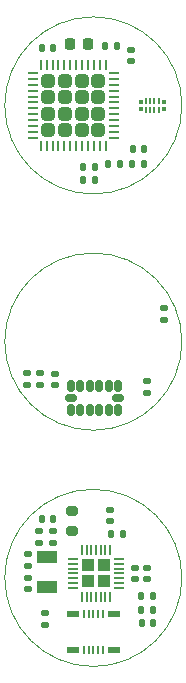
<source format=gbr>
%TF.GenerationSoftware,KiCad,Pcbnew,9.0.0*%
%TF.CreationDate,2025-03-13T16:46:45-04:00*%
%TF.ProjectId,IngestibleCapsule-Board_larger_vias,496e6765-7374-4696-926c-654361707375,rev?*%
%TF.SameCoordinates,Original*%
%TF.FileFunction,Paste,Top*%
%TF.FilePolarity,Positive*%
%FSLAX46Y46*%
G04 Gerber Fmt 4.6, Leading zero omitted, Abs format (unit mm)*
G04 Created by KiCad (PCBNEW 9.0.0) date 2025-03-13 16:46:45*
%MOMM*%
%LPD*%
G01*
G04 APERTURE LIST*
G04 Aperture macros list*
%AMRoundRect*
0 Rectangle with rounded corners*
0 $1 Rounding radius*
0 $2 $3 $4 $5 $6 $7 $8 $9 X,Y pos of 4 corners*
0 Add a 4 corners polygon primitive as box body*
4,1,4,$2,$3,$4,$5,$6,$7,$8,$9,$2,$3,0*
0 Add four circle primitives for the rounded corners*
1,1,$1+$1,$2,$3*
1,1,$1+$1,$4,$5*
1,1,$1+$1,$6,$7*
1,1,$1+$1,$8,$9*
0 Add four rect primitives between the rounded corners*
20,1,$1+$1,$2,$3,$4,$5,0*
20,1,$1+$1,$4,$5,$6,$7,0*
20,1,$1+$1,$6,$7,$8,$9,0*
20,1,$1+$1,$8,$9,$2,$3,0*%
G04 Aperture macros list end*
%ADD10R,0.220000X0.700000*%
%ADD11R,1.000000X0.500000*%
%ADD12RoundRect,0.050000X-0.050000X-0.362500X0.050000X-0.362500X0.050000X0.362500X-0.050000X0.362500X0*%
%ADD13RoundRect,0.050000X-0.362500X-0.050000X0.362500X-0.050000X0.362500X0.050000X-0.362500X0.050000X0*%
%ADD14RoundRect,0.250000X-0.295000X-0.295000X0.295000X-0.295000X0.295000X0.295000X-0.295000X0.295000X0*%
%ADD15RoundRect,0.140000X-0.170000X0.140000X-0.170000X-0.140000X0.170000X-0.140000X0.170000X0.140000X0*%
%ADD16RoundRect,0.140000X0.170000X-0.140000X0.170000X0.140000X-0.170000X0.140000X-0.170000X-0.140000X0*%
%ADD17RoundRect,0.135000X0.135000X0.185000X-0.135000X0.185000X-0.135000X-0.185000X0.135000X-0.185000X0*%
%ADD18RoundRect,0.140000X-0.140000X-0.170000X0.140000X-0.170000X0.140000X0.170000X-0.140000X0.170000X0*%
%ADD19RoundRect,0.135000X-0.185000X0.135000X-0.185000X-0.135000X0.185000X-0.135000X0.185000X0.135000X0*%
%ADD20RoundRect,0.225000X-0.225000X-0.250000X0.225000X-0.250000X0.225000X0.250000X-0.225000X0.250000X0*%
%ADD21RoundRect,0.140000X0.140000X0.170000X-0.140000X0.170000X-0.140000X-0.170000X0.140000X-0.170000X0*%
%ADD22RoundRect,0.200000X0.275000X-0.200000X0.275000X0.200000X-0.275000X0.200000X-0.275000X-0.200000X0*%
%ADD23RoundRect,0.135000X0.185000X-0.135000X0.185000X0.135000X-0.185000X0.135000X-0.185000X-0.135000X0*%
%ADD24RoundRect,0.135000X-0.135000X-0.185000X0.135000X-0.185000X0.135000X0.185000X-0.135000X0.185000X0*%
%ADD25R,0.380000X0.300000*%
%ADD26R,0.200000X0.520000*%
%ADD27RoundRect,0.250000X-0.315000X-0.315000X0.315000X-0.315000X0.315000X0.315000X-0.315000X0.315000X0*%
%ADD28RoundRect,0.062500X-0.375000X-0.062500X0.375000X-0.062500X0.375000X0.062500X-0.375000X0.062500X0*%
%ADD29RoundRect,0.062500X-0.062500X-0.375000X0.062500X-0.375000X0.062500X0.375000X-0.062500X0.375000X0*%
%ADD30R,1.800000X1.000000*%
%ADD31RoundRect,0.150000X-0.150000X0.325000X-0.150000X-0.325000X0.150000X-0.325000X0.150000X0.325000X0*%
%ADD32RoundRect,0.150000X-0.325000X0.150000X-0.325000X-0.150000X0.325000X-0.150000X0.325000X0.150000X0*%
%ADD33RoundRect,0.147500X-0.147500X-0.172500X0.147500X-0.172500X0.147500X0.172500X-0.147500X0.172500X0*%
%TA.AperFunction,Profile*%
%ADD34C,0.050000*%
%TD*%
G04 APERTURE END LIST*
D10*
%TO.C,J4*%
X100800001Y-118050001D03*
X100399999Y-118050001D03*
X100000000Y-118050001D03*
X99600001Y-118050001D03*
X99199999Y-118050001D03*
X100800001Y-121149999D03*
X100399999Y-121149999D03*
X100000000Y-121149999D03*
X99600001Y-121149999D03*
X99199999Y-121149999D03*
D11*
X101749996Y-118100000D03*
X98250004Y-118100000D03*
X101749996Y-121100000D03*
X98250004Y-121100000D03*
%TD*%
D12*
%TO.C,U5*%
X99025000Y-112662500D03*
X99425000Y-112662500D03*
X99825000Y-112662500D03*
X100225000Y-112662500D03*
X100625000Y-112662500D03*
X101025000Y-112662500D03*
X101425000Y-112662500D03*
D13*
X102187500Y-113425000D03*
X102187500Y-113825000D03*
X102187500Y-114225000D03*
X102187500Y-114625000D03*
X102187500Y-115025000D03*
X102187500Y-115425000D03*
X102187500Y-115825000D03*
D12*
X101425000Y-116587500D03*
X101025000Y-116587500D03*
X100625000Y-116587500D03*
X100225000Y-116587500D03*
X99825000Y-116587500D03*
X99425000Y-116587500D03*
X99025000Y-116587500D03*
D13*
X98262500Y-115825000D03*
X98262500Y-115425000D03*
X98262500Y-115025000D03*
X98262500Y-114625000D03*
X98262500Y-114225000D03*
X98262500Y-113825000D03*
X98262500Y-113425000D03*
D14*
X100900000Y-115300000D03*
X100900000Y-113950000D03*
X99550000Y-115300000D03*
X99550000Y-113950000D03*
%TD*%
D15*
%TO.C,C19*%
X104550000Y-114145000D03*
X104550000Y-115105000D03*
%TD*%
%TO.C,C18*%
X103500000Y-114140000D03*
X103500000Y-115100000D03*
%TD*%
D16*
%TO.C,C13*%
X106000000Y-93130000D03*
X106000000Y-92170000D03*
%TD*%
D17*
%TO.C,R10*%
X105090000Y-117700000D03*
X104070000Y-117700000D03*
%TD*%
D18*
%TO.C,C5*%
X95620000Y-70100000D03*
X96580000Y-70100000D03*
%TD*%
%TO.C,C9*%
X99140000Y-81280000D03*
X100100000Y-81280000D03*
%TD*%
D16*
%TO.C,C20*%
X101425000Y-110205000D03*
X101425000Y-109245000D03*
%TD*%
D19*
%TO.C,R5*%
X104550000Y-98330000D03*
X104550000Y-99350000D03*
%TD*%
D18*
%TO.C,C17*%
X104090000Y-118800000D03*
X105050000Y-118800000D03*
%TD*%
D16*
%TO.C,C23*%
X95400000Y-112010000D03*
X95400000Y-111050000D03*
%TD*%
%TO.C,C12*%
X96750000Y-98680000D03*
X96750000Y-97720000D03*
%TD*%
D20*
%TO.C,C10*%
X98000000Y-69800000D03*
X99550000Y-69800000D03*
%TD*%
D21*
%TO.C,C22*%
X96580000Y-110000000D03*
X95620000Y-110000000D03*
%TD*%
D18*
%TO.C,C8*%
X99150000Y-80230000D03*
X100110000Y-80230000D03*
%TD*%
%TO.C,C21*%
X104070000Y-116550000D03*
X105030000Y-116550000D03*
%TD*%
%TO.C,C11*%
X103320000Y-78700000D03*
X104280000Y-78700000D03*
%TD*%
D16*
%TO.C,C15*%
X94500000Y-115980000D03*
X94500000Y-115020000D03*
%TD*%
D22*
%TO.C,R11*%
X98200000Y-111025000D03*
X98200000Y-109375000D03*
%TD*%
D19*
%TO.C,R7*%
X95450000Y-97680000D03*
X95450000Y-98700000D03*
%TD*%
D16*
%TO.C,C6*%
X103200000Y-71280000D03*
X103200000Y-70320000D03*
%TD*%
D18*
%TO.C,C7*%
X101260000Y-80000000D03*
X102220000Y-80000000D03*
%TD*%
D23*
%TO.C,R6*%
X94350000Y-98710000D03*
X94350000Y-97690000D03*
%TD*%
%TO.C,R9*%
X95950000Y-119010000D03*
X95950000Y-117990000D03*
%TD*%
D24*
%TO.C,R3*%
X103300000Y-80000000D03*
X104320000Y-80000000D03*
%TD*%
D25*
%TO.C,J2*%
X104035000Y-74720000D03*
X104035000Y-75280000D03*
X105965000Y-74720000D03*
X105965000Y-75280000D03*
D26*
X104475000Y-74610000D03*
X104475000Y-75390000D03*
X104825000Y-74610000D03*
X104825000Y-75390000D03*
X105175000Y-74610000D03*
X105175000Y-75390000D03*
X105525000Y-74610000D03*
X105525000Y-75390000D03*
%TD*%
D23*
%TO.C,R12*%
X96550000Y-112070000D03*
X96550000Y-111050000D03*
%TD*%
D27*
%TO.C,U1*%
X96200000Y-72900000D03*
X96200000Y-74300000D03*
X96200000Y-75700000D03*
X96200000Y-77100000D03*
X97600000Y-72900000D03*
X97600000Y-74300000D03*
X97600000Y-75700000D03*
X97600000Y-77100000D03*
X99000000Y-72900000D03*
X99000000Y-74300000D03*
X99000000Y-75700000D03*
X99000000Y-77100000D03*
X100400000Y-72900000D03*
X100400000Y-74300000D03*
X100400000Y-75700000D03*
X100400000Y-77100000D03*
D28*
X94862500Y-72250000D03*
X94862500Y-72750000D03*
X94862500Y-73250000D03*
X94862500Y-73750000D03*
X94862500Y-74250000D03*
X94862500Y-74750000D03*
X94862500Y-75250000D03*
X94862500Y-75750000D03*
X94862500Y-76250000D03*
X94862500Y-76750000D03*
X94862500Y-77250000D03*
X94862500Y-77750000D03*
D29*
X95550000Y-78437500D03*
X96050000Y-78437500D03*
X96550000Y-78437500D03*
X97050000Y-78437500D03*
X97550000Y-78437500D03*
X98050000Y-78437500D03*
X98550000Y-78437500D03*
X99050000Y-78437500D03*
X99550000Y-78437500D03*
X100050000Y-78437500D03*
X100550000Y-78437500D03*
X101050000Y-78437500D03*
D28*
X101737500Y-77750000D03*
X101737500Y-77250000D03*
X101737500Y-76750000D03*
X101737500Y-76250000D03*
X101737500Y-75750000D03*
X101737500Y-75250000D03*
X101737500Y-74750000D03*
X101737500Y-74250000D03*
X101737500Y-73750000D03*
X101737500Y-73250000D03*
X101737500Y-72750000D03*
X101737500Y-72250000D03*
D29*
X101050000Y-71562500D03*
X100550000Y-71562500D03*
X100050000Y-71562500D03*
X99550000Y-71562500D03*
X99050000Y-71562500D03*
X98550000Y-71562500D03*
X98050000Y-71562500D03*
X97550000Y-71562500D03*
X97050000Y-71562500D03*
X96550000Y-71562500D03*
X96050000Y-71562500D03*
X95550000Y-71562500D03*
%TD*%
D15*
%TO.C,C16*%
X94500000Y-113020000D03*
X94500000Y-113980000D03*
%TD*%
D30*
%TO.C,Y3*%
X96100000Y-115750000D03*
X96100000Y-113250000D03*
%TD*%
D31*
%TO.C,U3*%
X102100000Y-98750000D03*
X101300000Y-98750000D03*
X100500000Y-98750000D03*
X99700000Y-98750000D03*
X98900000Y-98750000D03*
X98100000Y-98750000D03*
D32*
X98100000Y-99750000D03*
D31*
X98100000Y-100750000D03*
X98900000Y-100750000D03*
X99700000Y-100750000D03*
X100500000Y-100750000D03*
X101300000Y-100750000D03*
X102100000Y-100750000D03*
D32*
X102100000Y-99750000D03*
%TD*%
D24*
%TO.C,R2*%
X100980000Y-70000000D03*
X102000000Y-70000000D03*
%TD*%
D33*
%TO.C,L1*%
X101530000Y-111250000D03*
X102500000Y-111250000D03*
%TD*%
D34*
X107500000Y-115000000D02*
G75*
G02*
X92500000Y-115000000I-7500000J0D01*
G01*
X92500000Y-115000000D02*
G75*
G02*
X107500000Y-115000000I7500000J0D01*
G01*
X107500000Y-95000000D02*
G75*
G02*
X92500000Y-95000000I-7500000J0D01*
G01*
X92500000Y-95000000D02*
G75*
G02*
X107500000Y-95000000I7500000J0D01*
G01*
X107500000Y-75000000D02*
G75*
G02*
X92500000Y-75000000I-7500000J0D01*
G01*
X92500000Y-75000000D02*
G75*
G02*
X107500000Y-75000000I7500000J0D01*
G01*
M02*

</source>
